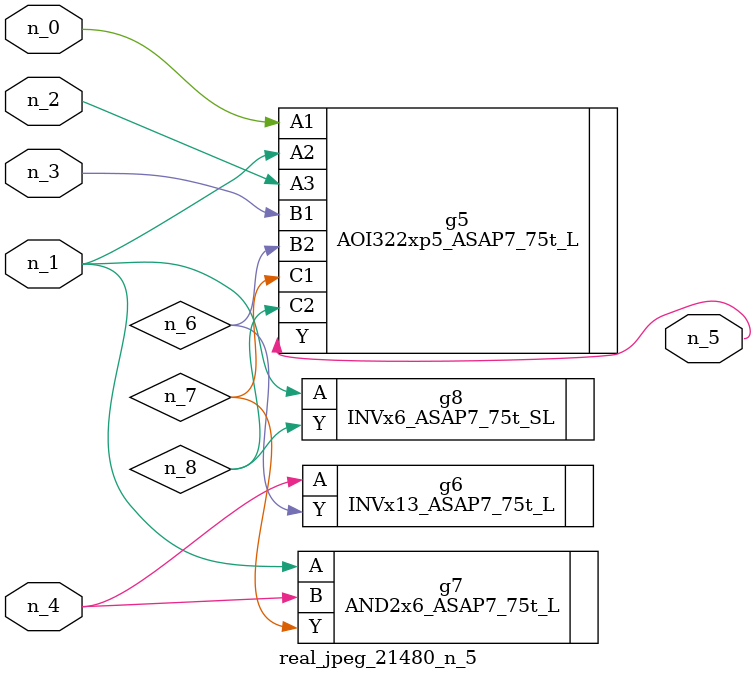
<source format=v>
module real_jpeg_21480_n_5 (n_4, n_0, n_1, n_2, n_3, n_5);

input n_4;
input n_0;
input n_1;
input n_2;
input n_3;

output n_5;

wire n_8;
wire n_6;
wire n_7;

AOI322xp5_ASAP7_75t_L g5 ( 
.A1(n_0),
.A2(n_1),
.A3(n_2),
.B1(n_3),
.B2(n_6),
.C1(n_7),
.C2(n_8),
.Y(n_5)
);

AND2x6_ASAP7_75t_L g7 ( 
.A(n_1),
.B(n_4),
.Y(n_7)
);

INVx6_ASAP7_75t_SL g8 ( 
.A(n_1),
.Y(n_8)
);

INVx13_ASAP7_75t_L g6 ( 
.A(n_4),
.Y(n_6)
);


endmodule
</source>
